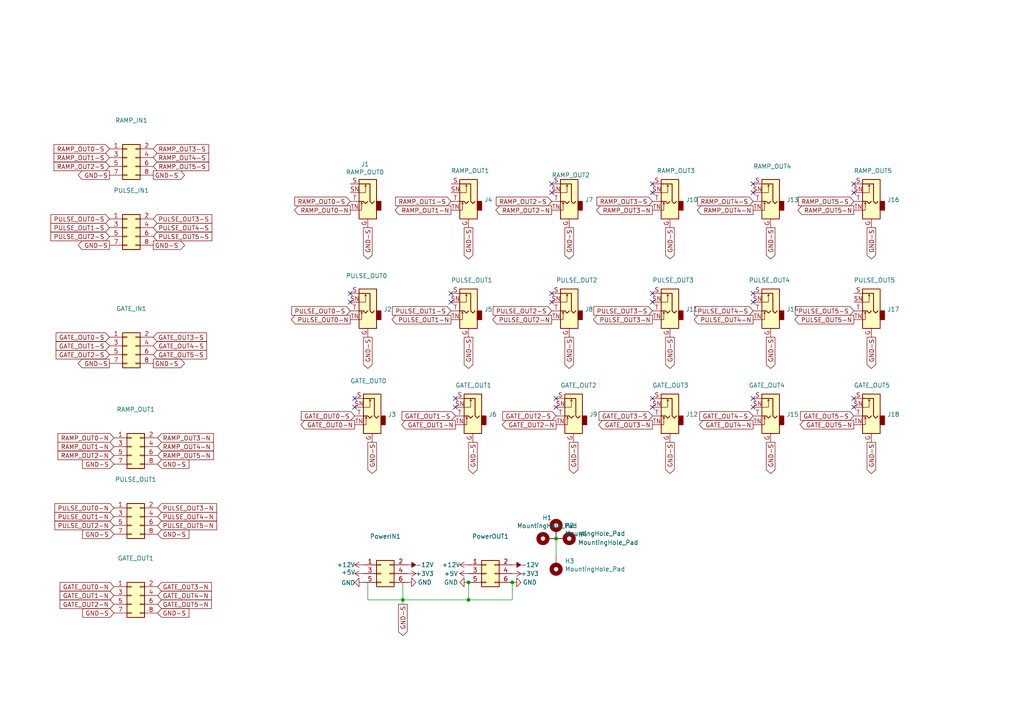
<source format=kicad_sch>
(kicad_sch (version 20230121) (generator eeschema)
  (paper "A4")
  (title_block (title "KOSMO-POLY6-JACKS ") (date "2023-03-06") (rev "v0.1.1") (company "Claytune"))
  (lib_symbols
    (symbol "Connector_Generic:Conn_02x03_Odd_Even" (pin_names (offset 1.016) hide)
      (property "Reference" "J" (at 1.27 5.08 0))
      (property "Value" "Conn_02x03_Odd_Even" (at 1.27 -5.08 0))
      (symbol "Conn_02x03_Odd_Even_1_1"
        (rectangle (start -1.27 -2.413) (end 0 -2.667) (stroke (width 0.1524)))
        (rectangle (start -1.27 0.127) (end 0 -0.127) (stroke (width 0.1524)))
        (rectangle (start -1.27 2.667) (end 0 2.413) (stroke (width 0.1524)))
        (rectangle (start -1.27 3.81) (end 3.81 -3.81) (stroke (width 0.254)) (fill (type background)))
        (rectangle (start 3.81 -2.413) (end 2.54 -2.667) (stroke (width 0.1524)))
        (rectangle (start 3.81 0.127) (end 2.54 -0.127) (stroke (width 0.1524)))
        (rectangle (start 3.81 2.667) (end 2.54 2.413) (stroke (width 0.1524)))
        (pin passive line (at -5.08 2.54 0) (length 3.81) (name "Pin_1") (number "1"))
        (pin passive line (at 7.62 2.54 180) (length 3.81) (name "Pin_2") (number "2"))
        (pin passive line (at -5.08 0 0) (length 3.81) (name "Pin_3") (number "3"))
        (pin passive line (at 7.62 0 180) (length 3.81) (name "Pin_4") (number "4"))
        (pin passive line (at -5.08 -2.54 0) (length 3.81) (name "Pin_5") (number "5"))
        (pin passive line (at 7.62 -2.54 180) (length 3.81) (name "Pin_6") (number "6"))
      )
    )
    (symbol "Connector_Generic:Conn_02x04_Odd_Even" (pin_names (offset 1.016) hide)
      (property "Reference" "J" (at 1.27 5.08 0))
      (property "Value" "Conn_02x04_Odd_Even" (at 1.27 -7.62 0))
      (symbol "Conn_02x04_Odd_Even_1_1"
        (rectangle (start -1.27 -4.953) (end 0 -5.207) (stroke (width 0.1524)))
        (rectangle (start -1.27 -2.413) (end 0 -2.667) (stroke (width 0.1524)))
        (rectangle (start -1.27 0.127) (end 0 -0.127) (stroke (width 0.1524)))
        (rectangle (start -1.27 2.667) (end 0 2.413) (stroke (width 0.1524)))
        (rectangle (start -1.27 3.81) (end 3.81 -6.35) (stroke (width 0.254)) (fill (type background)))
        (rectangle (start 3.81 -4.953) (end 2.54 -5.207) (stroke (width 0.1524)))
        (rectangle (start 3.81 -2.413) (end 2.54 -2.667) (stroke (width 0.1524)))
        (rectangle (start 3.81 0.127) (end 2.54 -0.127) (stroke (width 0.1524)))
        (rectangle (start 3.81 2.667) (end 2.54 2.413) (stroke (width 0.1524)))
        (pin passive line (at -5.08 2.54 0) (length 3.81) (name "Pin_1") (number "1"))
        (pin passive line (at 7.62 2.54 180) (length 3.81) (name "Pin_2") (number "2"))
        (pin passive line (at -5.08 0 0) (length 3.81) (name "Pin_3") (number "3"))
        (pin passive line (at 7.62 0 180) (length 3.81) (name "Pin_4") (number "4"))
        (pin passive line (at -5.08 -2.54 0) (length 3.81) (name "Pin_5") (number "5"))
        (pin passive line (at 7.62 -2.54 180) (length 3.81) (name "Pin_6") (number "6"))
        (pin passive line (at -5.08 -5.08 0) (length 3.81) (name "Pin_7") (number "7"))
        (pin passive line (at 7.62 -5.08 180) (length 3.81) (name "Pin_8") (number "8"))
      )
    )
    (symbol "KOSMO-POLY6-JACKS-rescue:+3.3V-power" (power) (pin_names (offset 0))
      (property "Value" "+3.3V-power" (at 0 3.556 0))
      (symbol "+3.3V-power_0_1"
        (polyline (pts (xy -0.762 1.27) (xy 0 2.54)))
        (polyline (pts (xy 0 0) (xy 0 2.54)))
        (polyline (pts (xy 0 2.54) (xy 0.762 1.27)))
      )
      (symbol "+3.3V-power_1_1"
        (pin power_in line (at 0 0 90) (length 0) hide (name "+3V3") (number "1"))
      )
    )
    (symbol "KOSMO-POLY6-JACKS-rescue:AudioJack2_Ground_Switch-Connector"
      (property "Reference" "J" (at 0 11.43 0))
      (property "Value" "Connector_AudioJack2_Ground_Switch" (at 0 8.89 0))
      (symbol "AudioJack2_Ground_Switch-Connector_0_1"
        (rectangle (start -2.54 -2.54) (end -3.81 0) (stroke (width 0.254)) (fill (type outline)))
        (rectangle (start 2.54 6.35) (end -2.54 -5.08) (stroke (width 0.254)) (fill (type background)))
      )
      (symbol "AudioJack2_Ground_Switch-Connector_1_1"
        (polyline (pts (xy 0.635 4.826) (xy 0.889 4.318)))
        (polyline (pts (xy 1.778 -0.254) (xy 2.032 -0.762)))
        (polyline (pts (xy 0 0) (xy 0.635 -0.635) (xy 1.27 0) (xy 2.54 0)) (stroke (width 0.254)))
        (polyline (pts (xy 2.54 -2.54) (xy 1.778 -2.54) (xy 1.778 -0.254) (xy 1.524 -0.762)))
        (polyline (pts (xy 2.54 2.54) (xy 0.635 2.54) (xy 0.635 4.826) (xy 0.381 4.318)))
        (polyline (pts (xy 2.54 5.08) (xy -0.635 5.08) (xy -0.635 0) (xy -1.27 -0.635) (xy -1.905 0)) (stroke (width 0.254)))
        (pin passive line (at 0 -7.62 90) (length 2.54) (name "~") (number "G"))
        (pin passive line (at 5.08 5.08 180) (length 2.54) (name "~") (number "S"))
        (pin passive line (at 5.08 2.54 180) (length 2.54) (name "~") (number "SN"))
        (pin passive line (at 5.08 0 180) (length 2.54) (name "~") (number "T"))
        (pin passive line (at 5.08 -2.54 180) (length 2.54) (name "~") (number "TN"))
      )
    )
    (symbol "Mechanical:MountingHole_Pad" (pin_numbers hide) (pin_names (offset 1.016) hide)
      (property "Reference" "H" (at 0 6.35 0))
      (property "Value" "MountingHole_Pad" (at 0 4.445 0))
      (symbol "MountingHole_Pad_0_1"
        (circle (center 0 1.27) (radius 1.27) (stroke (width 1.27)))
      )
      (symbol "MountingHole_Pad_1_1"
        (pin input line (at 0 -2.54 90) (length 2.54) (name "1") (number "1"))
      )
    )
    (symbol "power:+12V" (power) (pin_names (offset 0))
      (property "Value" "+12V" (at 0 3.556 0))
      (symbol "+12V_0_1"
        (polyline (pts (xy -0.762 1.27) (xy 0 2.54)))
        (polyline (pts (xy 0 0) (xy 0 2.54)))
        (polyline (pts (xy 0 2.54) (xy 0.762 1.27)))
      )
      (symbol "+12V_1_1"
        (pin power_in line (at 0 0 90) (length 0) hide (name "+12V") (number "1"))
      )
    )
    (symbol "power:+5V" (power) (pin_names (offset 0))
      (property "Value" "+5V" (at 0 3.556 0))
      (symbol "+5V_0_1"
        (polyline (pts (xy -0.762 1.27) (xy 0 2.54)))
        (polyline (pts (xy 0 0) (xy 0 2.54)))
        (polyline (pts (xy 0 2.54) (xy 0.762 1.27)))
      )
      (symbol "+5V_1_1"
        (pin power_in line (at 0 0 90) (length 0) hide (name "+5V") (number "1"))
      )
    )
    (symbol "power:-12V" (power) (pin_names (offset 0))
      (property "Value" "-12V" (at 0 3.81 0))
      (symbol "-12V_0_0"
        (pin power_in line (at 0 0 90) (length 0) hide (name "-12V") (number "1"))
      )
      (symbol "-12V_0_1"
        (polyline (pts (xy 0 0) (xy 0 1.27) (xy 0.762 1.27) (xy 0 2.54) (xy -0.762 1.27) (xy 0 1.27)) (fill (type outline)))
      )
    )
    (symbol "power:GND" (power) (pin_names (offset 0))
      (property "Value" "GND" (at 0 -3.81 0))
      (symbol "GND_0_1"
        (polyline (pts (xy 0 0) (xy 0 -1.27) (xy 1.27 -1.27) (xy 0 -2.54) (xy -1.27 -1.27) (xy 0 -1.27)))
      )
      (symbol "GND_1_1"
        (pin power_in line (at 0 0 270) (length 0) hide (name "GND") (number "1"))
      )
    )
  )
  (junction (at 135.89 173.99))
  (junction (at 148.59 168.91))
  (junction (at 116.84 173.99))
  (junction (at 161.29 156.21))
  (junction (at 135.89 168.91))
  (no_connect (at 101.6 85.09))
  (no_connect (at 130.81 87.63))
  (no_connect (at 160.02 55.88))
  (no_connect (at 247.65 115.57))
  (no_connect (at 218.44 85.09))
  (no_connect (at 218.44 53.34))
  (no_connect (at 247.65 53.34))
  (no_connect (at 160.02 87.63))
  (no_connect (at 132.08 118.11))
  (no_connect (at 218.44 115.57))
  (no_connect (at 189.23 85.09))
  (no_connect (at 161.29 118.11))
  (no_connect (at 189.23 55.88))
  (no_connect (at 130.81 85.09))
  (no_connect (at 218.44 87.63))
  (no_connect (at 102.87 118.11))
  (no_connect (at 161.29 115.57))
  (no_connect (at 189.23 115.57))
  (no_connect (at 218.44 118.11))
  (no_connect (at 160.02 53.34))
  (no_connect (at 218.44 55.88))
  (no_connect (at 160.02 85.09))
  (no_connect (at 102.87 115.57))
  (no_connect (at 189.23 87.63))
  (no_connect (at 189.23 53.34))
  (no_connect (at 247.65 55.88))
  (no_connect (at 101.6 87.63))
  (no_connect (at 247.65 118.11))
  (no_connect (at 132.08 115.57))
  (no_connect (at 189.23 118.11))
  (wire (pts (xy 106.68 173.99) (xy 116.84 173.99)))
  (wire (pts (xy 135.89 173.99) (xy 148.59 173.99)))
  (wire (pts (xy 135.89 168.91) (xy 135.89 173.99)))
  (wire (pts (xy 106.68 168.91) (xy 106.68 173.99)))
  (wire (pts (xy 116.84 173.99) (xy 135.89 173.99)))
  (wire (pts (xy 148.59 168.91) (xy 148.59 173.99)))
  (wire (pts (xy 161.29 156.21) (xy 161.29 161.29)))
  (wire (pts (xy 116.84 168.91) (xy 116.84 173.99)))
  (wire (pts (xy 116.84 173.99) (xy 116.84 175.26)))
  (global_label "PULSE_OUT3-S" (shape input) (at 189.23 90.17 180) (property "Intersheetrefs" "${INTERSHEET_REFS}" (effects hide)))
  (global_label "GND-S" (shape output) (at 166.37 128.27 270) (property "Intersheetrefs" "${INTERSHEET_REFS}" (effects hide)))
  (global_label "RAMP_OUT5-N" (shape output) (at 247.65 60.96 180) (property "Intersheetrefs" "${INTERSHEET_REFS}" (effects hide)))
  (global_label "PULSE_OUT3-S" (shape input) (at 44.45 63.5 0) (property "Intersheetrefs" "${INTERSHEET_REFS}" (effects hide)))
  (global_label "GND-S" (shape output) (at 31.75 50.8 180) (property "Intersheetrefs" "${INTERSHEET_REFS}" (effects hide)))
  (global_label "RAMP_OUT0-S" (shape input) (at 31.75 43.18 180) (property "Intersheetrefs" "${INTERSHEET_REFS}" (effects hide)))
  (global_label "GND-S" (shape output) (at 165.1 66.04 270) (property "Intersheetrefs" "${INTERSHEET_REFS}" (effects hide)))
  (global_label "PULSE_OUT5-S" (shape input) (at 247.65 90.17 180) (property "Intersheetrefs" "${INTERSHEET_REFS}" (effects hide)))
  (global_label "GND-S" (shape output) (at 31.75 105.41 180) (property "Intersheetrefs" "${INTERSHEET_REFS}" (effects hide)))
  (global_label "RAMP_OUT2-N" (shape input) (at 33.02 132.08 180) (property "Intersheetrefs" "${INTERSHEET_REFS}" (effects hide)))
  (global_label "GND-S" (shape input) (at 45.72 177.8 0) (property "Intersheetrefs" "${INTERSHEET_REFS}" (effects hide)))
  (global_label "GND-S" (shape output) (at 44.45 105.41 0) (property "Intersheetrefs" "${INTERSHEET_REFS}" (effects hide)))
  (global_label "GND-S" (shape output) (at 194.31 97.79 270) (property "Intersheetrefs" "${INTERSHEET_REFS}" (effects hide)))
  (global_label "PULSE_OUT1-N" (shape input) (at 33.02 149.86 180) (property "Intersheetrefs" "${INTERSHEET_REFS}" (effects hide)))
  (global_label "GND-S" (shape output) (at 252.73 97.79 270) (property "Intersheetrefs" "${INTERSHEET_REFS}" (effects hide)))
  (global_label "GATE_OUT0-S" (shape input) (at 102.87 120.65 180) (property "Intersheetrefs" "${INTERSHEET_REFS}" (effects hide)))
  (global_label "GATE_OUT5-N" (shape output) (at 247.65 123.19 180) (property "Intersheetrefs" "${INTERSHEET_REFS}" (effects hide)))
  (global_label "GATE_OUT5-S" (shape input) (at 247.65 120.65 180) (property "Intersheetrefs" "${INTERSHEET_REFS}" (effects hide)))
  (global_label "GND-S" (shape output) (at 223.52 66.04 270) (property "Intersheetrefs" "${INTERSHEET_REFS}" (effects hide)))
  (global_label "PULSE_OUT1-S" (shape input) (at 130.81 90.17 180) (property "Intersheetrefs" "${INTERSHEET_REFS}" (effects hide)))
  (global_label "GND-S" (shape output) (at 106.68 66.04 270) (property "Intersheetrefs" "${INTERSHEET_REFS}" (effects hide)))
  (global_label "GND-S" (shape output) (at 223.52 128.27 270) (property "Intersheetrefs" "${INTERSHEET_REFS}" (effects hide)))
  (global_label "RAMP_OUT5-S" (shape input) (at 44.45 48.26 0) (property "Intersheetrefs" "${INTERSHEET_REFS}" (effects hide)))
  (global_label "GATE_OUT1-N" (shape output) (at 132.08 123.19 180) (property "Intersheetrefs" "${INTERSHEET_REFS}" (effects hide)))
  (global_label "PULSE_OUT1-N" (shape output) (at 130.81 92.71 180) (property "Intersheetrefs" "${INTERSHEET_REFS}" (effects hide)))
  (global_label "GATE_OUT2-S" (shape input) (at 31.75 102.87 180) (property "Intersheetrefs" "${INTERSHEET_REFS}" (effects hide)))
  (global_label "GND-S" (shape output) (at 116.84 175.26 270) (property "Intersheetrefs" "${INTERSHEET_REFS}" (effects hide)))
  (global_label "PULSE_OUT3-N" (shape input) (at 45.72 147.32 0) (property "Intersheetrefs" "${INTERSHEET_REFS}" (effects hide)))
  (global_label "RAMP_OUT4-N" (shape input) (at 45.72 129.54 0) (property "Intersheetrefs" "${INTERSHEET_REFS}" (effects hide)))
  (global_label "GATE_OUT2-N" (shape output) (at 161.29 123.19 180) (property "Intersheetrefs" "${INTERSHEET_REFS}" (effects hide)))
  (global_label "GND-S" (shape input) (at 45.72 154.94 0) (property "Intersheetrefs" "${INTERSHEET_REFS}" (effects hide)))
  (global_label "GND-S" (shape input) (at 45.72 134.62 0) (property "Intersheetrefs" "${INTERSHEET_REFS}" (effects hide)))
  (global_label "GND-S" (shape input) (at 33.02 177.8 180) (property "Intersheetrefs" "${INTERSHEET_REFS}" (effects hide)))
  (global_label "RAMP_OUT4-S" (shape input) (at 44.45 45.72 0) (property "Intersheetrefs" "${INTERSHEET_REFS}" (effects hide)))
  (global_label "GATE_OUT5-S" (shape input) (at 44.45 102.87 0) (property "Intersheetrefs" "${INTERSHEET_REFS}" (effects hide)))
  (global_label "GATE_OUT1-N" (shape input) (at 33.02 172.72 180) (property "Intersheetrefs" "${INTERSHEET_REFS}" (effects hide)))
  (global_label "GND-S" (shape output) (at 106.68 97.79 270) (property "Intersheetrefs" "${INTERSHEET_REFS}" (effects hide)))
  (global_label "RAMP_OUT3-N" (shape output) (at 189.23 60.96 180) (property "Intersheetrefs" "${INTERSHEET_REFS}" (effects hide)))
  (global_label "GND-S" (shape output) (at 252.73 66.04 270) (property "Intersheetrefs" "${INTERSHEET_REFS}" (effects hide)))
  (global_label "GND-S" (shape output) (at 137.16 128.27 270) (property "Intersheetrefs" "${INTERSHEET_REFS}" (effects hide)))
  (global_label "PULSE_OUT1-S" (shape input) (at 31.75 66.04 180) (property "Intersheetrefs" "${INTERSHEET_REFS}" (effects hide)))
  (global_label "PULSE_OUT2-S" (shape input) (at 31.75 68.58 180) (property "Intersheetrefs" "${INTERSHEET_REFS}" (effects hide)))
  (global_label "GATE_OUT4-N" (shape input) (at 45.72 172.72 0) (property "Intersheetrefs" "${INTERSHEET_REFS}" (effects hide)))
  (global_label "GATE_OUT0-S" (shape input) (at 31.75 97.79 180) (property "Intersheetrefs" "${INTERSHEET_REFS}" (effects hide)))
  (global_label "PULSE_OUT4-N" (shape output) (at 218.44 92.71 180) (property "Intersheetrefs" "${INTERSHEET_REFS}" (effects hide)))
  (global_label "RAMP_OUT3-S" (shape input) (at 44.45 43.18 0) (property "Intersheetrefs" "${INTERSHEET_REFS}" (effects hide)))
  (global_label "PULSE_OUT0-S" (shape input) (at 101.6 90.17 180) (property "Intersheetrefs" "${INTERSHEET_REFS}" (effects hide)))
  (global_label "RAMP_OUT0-S" (shape input) (at 101.6 58.42 180) (property "Intersheetrefs" "${INTERSHEET_REFS}" (effects hide)))
  (global_label "GATE_OUT4-S" (shape input) (at 218.44 120.65 180) (property "Intersheetrefs" "${INTERSHEET_REFS}" (effects hide)))
  (global_label "GATE_OUT0-N" (shape input) (at 33.02 170.18 180) (property "Intersheetrefs" "${INTERSHEET_REFS}" (effects hide)))
  (global_label "RAMP_OUT3-N" (shape input) (at 45.72 127 0) (property "Intersheetrefs" "${INTERSHEET_REFS}" (effects hide)))
  (global_label "GND-S" (shape output) (at 135.89 97.79 270) (property "Intersheetrefs" "${INTERSHEET_REFS}" (effects hide)))
  (global_label "GND-S" (shape output) (at 44.45 50.8 0) (property "Intersheetrefs" "${INTERSHEET_REFS}" (effects hide)))
  (global_label "GND-S" (shape output) (at 31.75 71.12 180) (property "Intersheetrefs" "${INTERSHEET_REFS}" (effects hide)))
  (global_label "GND-S" (shape output) (at 107.95 128.27 270) (property "Intersheetrefs" "${INTERSHEET_REFS}" (effects hide)))
  (global_label "PULSE_OUT2-N" (shape output) (at 160.02 92.71 180) (property "Intersheetrefs" "${INTERSHEET_REFS}" (effects hide)))
  (global_label "PULSE_OUT2-S" (shape input) (at 160.02 90.17 180) (property "Intersheetrefs" "${INTERSHEET_REFS}" (effects hide)))
  (global_label "GND-S" (shape output) (at 165.1 97.79 270) (property "Intersheetrefs" "${INTERSHEET_REFS}" (effects hide)))
  (global_label "PULSE_OUT2-N" (shape input) (at 33.02 152.4 180) (property "Intersheetrefs" "${INTERSHEET_REFS}" (effects hide)))
  (global_label "GATE_OUT1-S" (shape input) (at 31.75 100.33 180) (property "Intersheetrefs" "${INTERSHEET_REFS}" (effects hide)))
  (global_label "RAMP_OUT2-S" (shape input) (at 31.75 48.26 180) (property "Intersheetrefs" "${INTERSHEET_REFS}" (effects hide)))
  (global_label "PULSE_OUT5-N" (shape input) (at 45.72 152.4 0) (property "Intersheetrefs" "${INTERSHEET_REFS}" (effects hide)))
  (global_label "PULSE_OUT0-S" (shape input) (at 31.75 63.5 180) (property "Intersheetrefs" "${INTERSHEET_REFS}" (effects hide)))
  (global_label "RAMP_OUT5-N" (shape input) (at 45.72 132.08 0) (property "Intersheetrefs" "${INTERSHEET_REFS}" (effects hide)))
  (global_label "PULSE_OUT4-N" (shape input) (at 45.72 149.86 0) (property "Intersheetrefs" "${INTERSHEET_REFS}" (effects hide)))
  (global_label "RAMP_OUT1-N" (shape input) (at 33.02 129.54 180) (property "Intersheetrefs" "${INTERSHEET_REFS}" (effects hide)))
  (global_label "RAMP_OUT3-S" (shape input) (at 189.23 58.42 180) (property "Intersheetrefs" "${INTERSHEET_REFS}" (effects hide)))
  (global_label "GND-S" (shape input) (at 33.02 134.62 180) (property "Intersheetrefs" "${INTERSHEET_REFS}" (effects hide)))
  (global_label "RAMP_OUT4-S" (shape input) (at 218.44 58.42 180) (property "Intersheetrefs" "${INTERSHEET_REFS}" (effects hide)))
  (global_label "GATE_OUT4-N" (shape output) (at 218.44 123.19 180) (property "Intersheetrefs" "${INTERSHEET_REFS}" (effects hide)))
  (global_label "RAMP_OUT2-N" (shape output) (at 160.02 60.96 180) (property "Intersheetrefs" "${INTERSHEET_REFS}" (effects hide)))
  (global_label "GATE_OUT3-S" (shape input) (at 189.23 120.65 180) (property "Intersheetrefs" "${INTERSHEET_REFS}" (effects hide)))
  (global_label "GND-S" (shape output) (at 194.31 128.27 270) (property "Intersheetrefs" "${INTERSHEET_REFS}" (effects hide)))
  (global_label "PULSE_OUT0-N" (shape output) (at 101.6 92.71 180) (property "Intersheetrefs" "${INTERSHEET_REFS}" (effects hide)))
  (global_label "GATE_OUT3-S" (shape input) (at 44.45 97.79 0) (property "Intersheetrefs" "${INTERSHEET_REFS}" (effects hide)))
  (global_label "PULSE_OUT0-N" (shape input) (at 33.02 147.32 180) (property "Intersheetrefs" "${INTERSHEET_REFS}" (effects hide)))
  (global_label "PULSE_OUT4-S" (shape input) (at 218.44 90.17 180) (property "Intersheetrefs" "${INTERSHEET_REFS}" (effects hide)))
  (global_label "RAMP_OUT2-S" (shape input) (at 160.02 58.42 180) (property "Intersheetrefs" "${INTERSHEET_REFS}" (effects hide)))
  (global_label "RAMP_OUT1-S" (shape input) (at 130.81 58.42 180) (property "Intersheetrefs" "${INTERSHEET_REFS}" (effects hide)))
  (global_label "GND-S" (shape output) (at 252.73 128.27 270) (property "Intersheetrefs" "${INTERSHEET_REFS}" (effects hide)))
  (global_label "GND-S" (shape output) (at 194.31 66.04 270) (property "Intersheetrefs" "${INTERSHEET_REFS}" (effects hide)))
  (global_label "GND-S" (shape output) (at 135.89 66.04 270) (property "Intersheetrefs" "${INTERSHEET_REFS}" (effects hide)))
  (global_label "GATE_OUT2-N" (shape input) (at 33.02 175.26 180) (property "Intersheetrefs" "${INTERSHEET_REFS}" (effects hide)))
  (global_label "GATE_OUT2-S" (shape input) (at 161.29 120.65 180) (property "Intersheetrefs" "${INTERSHEET_REFS}" (effects hide)))
  (global_label "GND-S" (shape output) (at 44.45 71.12 0) (property "Intersheetrefs" "${INTERSHEET_REFS}" (effects hide)))
  (global_label "GND-S" (shape input) (at 33.02 154.94 180) (property "Intersheetrefs" "${INTERSHEET_REFS}" (effects hide)))
  (global_label "PULSE_OUT5-N" (shape output) (at 247.65 92.71 180) (property "Intersheetrefs" "${INTERSHEET_REFS}" (effects hide)))
  (global_label "RAMP_OUT1-S" (shape input) (at 31.75 45.72 180) (property "Intersheetrefs" "${INTERSHEET_REFS}" (effects hide)))
  (global_label "RAMP_OUT1-N" (shape output) (at 130.81 60.96 180) (property "Intersheetrefs" "${INTERSHEET_REFS}" (effects hide)))
  (global_label "GATE_OUT5-N" (shape input) (at 45.72 175.26 0) (property "Intersheetrefs" "${INTERSHEET_REFS}" (effects hide)))
  (global_label "RAMP_OUT5-S" (shape input) (at 247.65 58.42 180) (property "Intersheetrefs" "${INTERSHEET_REFS}" (effects hide)))
  (global_label "RAMP_OUT0-N" (shape output) (at 101.6 60.96 180) (property "Intersheetrefs" "${INTERSHEET_REFS}" (effects hide)))
  (global_label "GATE_OUT3-N" (shape input) (at 45.72 170.18 0) (property "Intersheetrefs" "${INTERSHEET_REFS}" (effects hide)))
  (global_label "GATE_OUT4-S" (shape input) (at 44.45 100.33 0) (property "Intersheetrefs" "${INTERSHEET_REFS}" (effects hide)))
  (global_label "GATE_OUT0-N" (shape output) (at 102.87 123.19 180) (property "Intersheetrefs" "${INTERSHEET_REFS}" (effects hide)))
  (global_label "RAMP_OUT4-N" (shape output) (at 218.44 60.96 180) (property "Intersheetrefs" "${INTERSHEET_REFS}" (effects hide)))
  (global_label "RAMP_OUT0-N" (shape input) (at 33.02 127 180) (property "Intersheetrefs" "${INTERSHEET_REFS}" (effects hide)))
  (global_label "PULSE_OUT4-S" (shape input) (at 44.45 66.04 0) (property "Intersheetrefs" "${INTERSHEET_REFS}" (effects hide)))
  (global_label "GATE_OUT1-S" (shape input) (at 132.08 120.65 180) (property "Intersheetrefs" "${INTERSHEET_REFS}" (effects hide)))
  (global_label "GATE_OUT3-N" (shape output) (at 189.23 123.19 180) (property "Intersheetrefs" "${INTERSHEET_REFS}" (effects hide)))
  (global_label "PULSE_OUT3-N" (shape output) (at 189.23 92.71 180) (property "Intersheetrefs" "${INTERSHEET_REFS}" (effects hide)))
  (global_label "PULSE_OUT5-S" (shape input) (at 44.45 68.58 0) (property "Intersheetrefs" "${INTERSHEET_REFS}" (effects hide)))
  (global_label "GND-S" (shape output) (at 223.52 97.79 270) (property "Intersheetrefs" "${INTERSHEET_REFS}" (effects hide)))
  (symbol (lib_id "Mechanical:MountingHole_Pad") (at 161.29 153.67 0) (unit 1)
    (property "Reference" "H2" (at 163.83 152.4254 0) (effects (justify left)))
    (property "Value" "MountingHole_Pad" (at 163.83 154.7368 0) (effects (justify left)))
    (property "Footprint" "MountingHole:MountingHole_3.2mm_M3_DIN965_Pad" (effects hide))
  )
  (symbol (lib_id "Mechanical:MountingHole_Pad") (at 161.29 163.83 180) (unit 1)
    (property "Reference" "H3" (at 163.83 162.7378 0) (effects (justify right)))
    (property "Value" "MountingHole_Pad" (at 163.83 165.0492 0) (effects (justify right)))
    (property "Footprint" "MountingHole:MountingHole_3.2mm_M3_DIN965_Pad" (effects hide))
  )
  (symbol (lib_id "Mechanical:MountingHole_Pad") (at 158.75 156.21 90) (unit 1)
    (property "Reference" "H1" (at 158.6738 150.1902 90))
    (property "Value" "MountingHole_Pad" (at 158.6738 152.5016 90))
    (property "Footprint" "MountingHole:MountingHole_3.2mm_M3_DIN965_Pad" (effects hide))
  )
  (symbol (lib_id "Mechanical:MountingHole_Pad") (at 163.83 156.21 270) (unit 1)
    (property "Reference" "H4" (at 167.64 155.0416 90) (effects (justify left)))
    (property "Value" "MountingHole_Pad" (at 167.64 157.353 90) (effects (justify left)))
    (property "Footprint" "MountingHole:MountingHole_3.2mm_M3_DIN965_Pad" (effects hide))
  )
  (symbol (lib_id "Connector_Generic:Conn_02x04_Odd_Even") (at 36.83 45.72 0) (unit 1)
    (property "Reference" "RAMP_IN1" (at 38.1 34.925 0))
    (property "Value" "Conn_02x04_Odd_Even" (effects hide))
    (property "Footprint" "Connector_IDC:IDC-Header_2x04_P2.54mm_Vertical" (effects hide))
  )
  (symbol (lib_id "Connector_Generic:Conn_02x04_Odd_Even") (at 36.83 66.04 0) (unit 1)
    (property "Reference" "PULSE_IN1" (at 38.1 55.245 0))
    (property "Value" "Conn_02x04_Odd_Even" (effects hide))
    (property "Footprint" "Connector_IDC:IDC-Header_2x04_P2.54mm_Vertical" (effects hide))
  )
  (symbol (lib_id "Connector_Generic:Conn_02x04_Odd_Even") (at 36.83 100.33 0) (unit 1)
    (property "Reference" "GATE_IN1" (at 38.1 89.535 0))
    (property "Value" "Conn_02x04_Odd_Even" (effects hide))
    (property "Footprint" "Connector_IDC:IDC-Header_2x04_P2.54mm_Vertical" (effects hide))
  )
  (symbol (lib_id "KOSMO-POLY6-JACKS-rescue:AudioJack2_Ground_Switch-Connector") (at 252.73 58.42 0) (mirror y) (unit 1)
    (property "Reference" "J16" (at 257.302 57.9628 0) (effects (justify right)))
    (property "Value" "RAMP_OUT5" (at 247.65 49.53 0) (effects (justify right)))
    (property "Footprint" "JACK-BOARD:Jack_6.5mmLMNC" (effects hide))
  )
  (symbol (lib_id "KOSMO-POLY6-JACKS-rescue:AudioJack2_Ground_Switch-Connector") (at 223.52 58.42 0) (mirror y) (unit 1)
    (property "Reference" "J13" (at 228.092 57.9628 0) (effects (justify right)))
    (property "Value" "RAMP_OUT4" (at 218.44 48.26 0) (effects (justify right)))
    (property "Footprint" "JACK-BOARD:Jack_6.5mmLMNC" (effects hide))
  )
  (symbol (lib_id "KOSMO-POLY6-JACKS-rescue:AudioJack2_Ground_Switch-Connector") (at 194.31 58.42 0) (mirror y) (unit 1)
    (property "Reference" "J10" (at 198.882 57.9628 0) (effects (justify right)))
    (property "Value" "RAMP_OUT3" (at 190.5 49.53 0) (effects (justify right)))
    (property "Footprint" "JACK-BOARD:Jack_6.5mmLMNC" (effects hide))
  )
  (symbol (lib_id "KOSMO-POLY6-JACKS-rescue:AudioJack2_Ground_Switch-Connector") (at 165.1 58.42 0) (mirror y) (unit 1)
    (property "Reference" "J7" (at 169.672 57.9628 0) (effects (justify right)))
    (property "Value" "RAMP_OUT2" (at 160.02 50.8 0) (effects (justify right)))
    (property "Footprint" "JACK-BOARD:Jack_6.5mmLMNC" (effects hide))
  )
  (symbol (lib_id "KOSMO-POLY6-JACKS-rescue:AudioJack2_Ground_Switch-Connector") (at 135.89 58.42 0) (mirror y) (unit 1)
    (property "Reference" "J4" (at 140.462 57.9628 0) (effects (justify right)))
    (property "Value" "RAMP_OUT1" (at 130.81 49.53 0) (effects (justify right)))
    (property "Footprint" "JACK-BOARD:Jack_6.5mmLMNC" (effects hide))
  )
  (symbol (lib_id "KOSMO-POLY6-JACKS-rescue:AudioJack2_Ground_Switch-Connector") (at 106.68 58.42 0) (mirror y) (unit 1)
    (property "Reference" "J1" (at 105.8672 47.625 0))
    (property "Value" "RAMP_OUT0" (at 105.8672 49.9364 0))
    (property "Footprint" "JACK-BOARD:Jack_6.5mmLMNC" (effects hide))
  )
  (symbol (lib_id "KOSMO-POLY6-JACKS-rescue:AudioJack2_Ground_Switch-Connector") (at 252.73 90.17 0) (mirror y) (unit 1)
    (property "Reference" "J17" (at 257.302 89.7128 0) (effects (justify right)))
    (property "Value" "PULSE_OUT5" (at 247.65 81.28 0) (effects (justify right)))
    (property "Footprint" "JACK-BOARD:Jack_6.5mmLMNC" (effects hide))
  )
  (symbol (lib_id "KOSMO-POLY6-JACKS-rescue:AudioJack2_Ground_Switch-Connector") (at 223.52 90.17 0) (mirror y) (unit 1)
    (property "Reference" "J14" (at 228.092 89.7128 0) (effects (justify right)))
    (property "Value" "PULSE_OUT4" (at 217.17 81.28 0) (effects (justify right)))
    (property "Footprint" "JACK-BOARD:Jack_6.5mmLMNC" (effects hide))
  )
  (symbol (lib_id "KOSMO-POLY6-JACKS-rescue:AudioJack2_Ground_Switch-Connector") (at 194.31 90.17 0) (mirror y) (unit 1)
    (property "Reference" "J11" (at 198.882 89.7128 0) (effects (justify right)))
    (property "Value" "PULSE_OUT3" (at 189.23 81.28 0) (effects (justify right)))
    (property "Footprint" "JACK-BOARD:Jack_6.5mmLMNC" (effects hide))
  )
  (symbol (lib_id "KOSMO-POLY6-JACKS-rescue:AudioJack2_Ground_Switch-Connector") (at 165.1 90.17 0) (mirror y) (unit 1)
    (property "Reference" "J8" (at 169.672 89.7128 0) (effects (justify right)))
    (property "Value" "PULSE_OUT2" (at 161.29 81.28 0) (effects (justify right)))
    (property "Footprint" "JACK-BOARD:Jack_6.5mmLMNC" (effects hide))
  )
  (symbol (lib_id "KOSMO-POLY6-JACKS-rescue:AudioJack2_Ground_Switch-Connector") (at 135.89 90.17 0) (mirror y) (unit 1)
    (property "Reference" "J5" (at 140.462 89.7128 0) (effects (justify right)))
    (property "Value" "PULSE_OUT1" (at 130.81 81.28 0) (effects (justify right)))
    (property "Footprint" "JACK-BOARD:Jack_6.5mmLMNC" (effects hide))
  )
  (symbol (lib_id "KOSMO-POLY6-JACKS-rescue:AudioJack2_Ground_Switch-Connector") (at 106.68 90.17 0) (mirror y) (unit 1)
    (property "Reference" "J2" (at 111.252 89.7128 0) (effects (justify right)))
    (property "Value" "PULSE_OUT0" (at 100.33 80.01 0) (effects (justify right)))
    (property "Footprint" "JACK-BOARD:Jack_6.5mmLMNC" (effects hide))
  )
  (symbol (lib_id "KOSMO-POLY6-JACKS-rescue:AudioJack2_Ground_Switch-Connector") (at 252.73 120.65 0) (mirror y) (unit 1)
    (property "Reference" "J18" (at 257.302 120.1928 0) (effects (justify right)))
    (property "Value" "GATE_OUT5" (at 247.65 111.76 0) (effects (justify right)))
    (property "Footprint" "JACK-BOARD:Jack_6.5mmLMNC" (effects hide))
  )
  (symbol (lib_id "KOSMO-POLY6-JACKS-rescue:AudioJack2_Ground_Switch-Connector") (at 223.52 120.65 0) (mirror y) (unit 1)
    (property "Reference" "J15" (at 228.092 120.1928 0) (effects (justify right)))
    (property "Value" "GATE_OUT4" (at 217.17 111.76 0) (effects (justify right)))
    (property "Footprint" "JACK-BOARD:Jack_6.5mmLMNC" (effects hide))
  )
  (symbol (lib_id "KOSMO-POLY6-JACKS-rescue:AudioJack2_Ground_Switch-Connector") (at 194.31 120.65 0) (mirror y) (unit 1)
    (property "Reference" "J12" (at 198.882 120.1928 0) (effects (justify right)))
    (property "Value" "GATE_OUT3" (at 189.23 111.76 0) (effects (justify right)))
    (property "Footprint" "JACK-BOARD:Jack_6.5mmLMNC" (effects hide))
  )
  (symbol (lib_id "KOSMO-POLY6-JACKS-rescue:AudioJack2_Ground_Switch-Connector") (at 166.37 120.65 0) (mirror y) (unit 1)
    (property "Reference" "J9" (at 170.942 120.1928 0) (effects (justify right)))
    (property "Value" "GATE_OUT2" (at 162.56 111.76 0) (effects (justify right)))
    (property "Footprint" "JACK-BOARD:Jack_6.5mmLMNC" (effects hide))
  )
  (symbol (lib_id "KOSMO-POLY6-JACKS-rescue:AudioJack2_Ground_Switch-Connector") (at 137.16 120.65 0) (mirror y) (unit 1)
    (property "Reference" "J6" (at 141.732 120.1928 0) (effects (justify right)))
    (property "Value" "GATE_OUT1" (at 132.08 111.76 0) (effects (justify right)))
    (property "Footprint" "JACK-BOARD:Jack_6.5mmLMNC" (effects hide))
  )
  (symbol (lib_id "KOSMO-POLY6-JACKS-rescue:AudioJack2_Ground_Switch-Connector") (at 107.95 120.65 0) (mirror y) (unit 1)
    (property "Reference" "J3" (at 112.522 120.1928 0) (effects (justify right)))
    (property "Value" "GATE_OUT0" (at 101.6 110.49 0) (effects (justify right)))
    (property "Footprint" "JACK-BOARD:Jack_6.5mmLMNC" (effects hide))
  )
  (symbol (lib_id "Connector_Generic:Conn_02x04_Odd_Even") (at 38.1 129.54 0) (unit 1)
    (property "Reference" "RAMP_OUT1" (at 39.37 118.745 0))
    (property "Value" "Conn_02x04_Odd_Even" (effects hide))
    (property "Footprint" "Connector_IDC:IDC-Header_2x04_P2.54mm_Vertical" (effects hide))
  )
  (symbol (lib_id "Connector_Generic:Conn_02x04_Odd_Even") (at 38.1 149.86 0) (unit 1)
    (property "Reference" "PULSE_OUT1" (at 39.37 139.065 0))
    (property "Value" "Conn_02x04_Odd_Even" (effects hide))
    (property "Footprint" "Connector_IDC:IDC-Header_2x04_P2.54mm_Vertical" (effects hide))
  )
  (symbol (lib_id "Connector_Generic:Conn_02x04_Odd_Even") (at 38.1 172.72 0) (unit 1)
    (property "Reference" "GATE_OUT1" (at 39.37 161.925 0))
    (property "Value" "Conn_02x04_Odd_Even" (effects hide))
    (property "Footprint" "Connector_IDC:IDC-Header_2x04_P2.54mm_Vertical" (effects hide))
  )
  (symbol (lib_id "power:GND") (at 105.41 168.91 270) (unit 1)
    (property "Reference" "#PWR0101" (effects hide))
    (property "Value" "GND" (at 101.0158 169.037 90))
  )
  (symbol (lib_id "Connector_Generic:Conn_02x03_Odd_Even") (at 110.49 166.37 0) (unit 1)
    (property "Reference" "PowerIN1" (at 111.76 155.575 0))
    (property "Value" "Conn_02x03_Odd_Even" (effects hide))
    (property "Footprint" "Connector_IDC:IDC-Header_2x03_P2.54mm_Vertical" (effects hide))
  )
  (symbol (lib_id "power:+12V") (at 105.41 163.83 90) (unit 1)
    (property "Reference" "#PWR0102" (effects hide))
    (property "Value" "+12V" (at 100.33 163.83 90))
  )
  (symbol (lib_id "power:GND") (at 118.11 168.91 90) (unit 1)
    (property "Reference" "#PWR0103" (effects hide))
    (property "Value" "GND" (at 123.19 168.91 90))
  )
  (symbol (lib_id "KOSMO-POLY6-JACKS-rescue:+3.3V-power") (at 118.11 166.37 270) (unit 1)
    (property "Reference" "#PWR0104" (effects hide))
    (property "Value" "+3.3V" (at 123.19 166.37 90))
  )
  (symbol (lib_id "power:+5V") (at 105.41 166.37 90) (unit 1)
    (property "Reference" "#PWR0105" (effects hide))
    (property "Value" "+5V" (at 101.0158 165.989 90))
  )
  (symbol (lib_id "power:-12V") (at 118.11 163.83 270) (unit 1)
    (property "Reference" "#PWR0107" (effects hide))
    (property "Value" "-12V" (at 123.19 163.83 90))
  )
  (symbol (lib_id "power:GND") (at 135.89 168.91 270) (unit 1)
    (property "Reference" "#PWR0109" (effects hide))
    (property "Value" "GND" (at 130.81 168.91 90))
  )
  (symbol (lib_id "Connector_Generic:Conn_02x03_Odd_Even") (at 140.97 166.37 0) (unit 1)
    (property "Reference" "PowerOUT1" (at 142.24 155.575 0))
    (property "Value" "Conn_02x03_Odd_Even" (effects hide))
    (property "Footprint" "Connector_IDC:IDC-Header_2x03_P2.54mm_Vertical" (effects hide))
  )
  (symbol (lib_id "power:+12V") (at 135.89 163.83 90) (unit 1)
    (property "Reference" "#PWR0110" (effects hide))
    (property "Value" "+12V" (at 130.81 163.83 90))
  )
  (symbol (lib_id "power:GND") (at 148.59 168.91 90) (unit 1)
    (property "Reference" "#PWR0111" (effects hide))
    (property "Value" "GND" (at 153.67 168.91 90))
  )
  (symbol (lib_id "KOSMO-POLY6-JACKS-rescue:+3.3V-power") (at 148.59 166.37 270) (unit 1)
    (property "Reference" "#PWR0112" (effects hide))
    (property "Value" "+3.3V" (at 153.67 166.37 90))
  )
  (symbol (lib_id "power:+5V") (at 135.89 166.37 90) (unit 1)
    (property "Reference" "#PWR0113" (effects hide))
    (property "Value" "+5V" (at 130.81 166.37 90))
  )
  (symbol (lib_id "power:-12V") (at 148.59 163.83 270) (unit 1)
    (property "Reference" "#PWR0115" (effects hide))
    (property "Value" "-12V" (at 153.67 163.83 90))
  )
)
</source>
